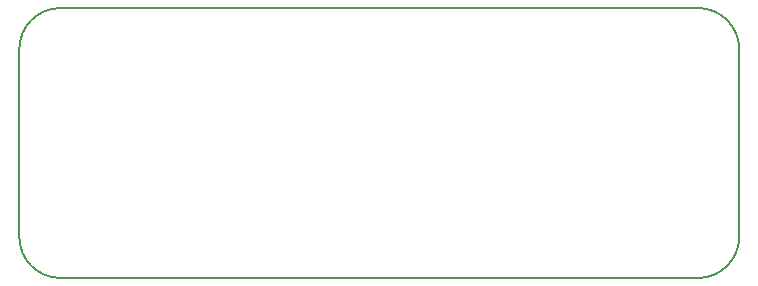
<source format=gbr>
%TF.GenerationSoftware,KiCad,Pcbnew,(5.1.9)-1*%
%TF.CreationDate,2021-04-07T15:03:24-04:00*%
%TF.ProjectId,Finch-Feather,46696e63-682d-4466-9561-746865722e6b,rev?*%
%TF.SameCoordinates,Original*%
%TF.FileFunction,Profile,NP*%
%FSLAX46Y46*%
G04 Gerber Fmt 4.6, Leading zero omitted, Abs format (unit mm)*
G04 Created by KiCad (PCBNEW (5.1.9)-1) date 2021-04-07 15:03:24*
%MOMM*%
%LPD*%
G01*
G04 APERTURE LIST*
%TA.AperFunction,Profile*%
%ADD10C,0.200000*%
%TD*%
G04 APERTURE END LIST*
D10*
X180480000Y-107930000D02*
G75*
G02*
X176980000Y-111430000I-3500000J0D01*
G01*
X123020000Y-111430000D02*
X176980000Y-111430000D01*
X123020000Y-111430001D02*
G75*
G02*
X119519999Y-107930000I0J3500001D01*
G01*
X119520000Y-92070000D02*
X119520000Y-107930000D01*
X119520000Y-92070000D02*
G75*
G02*
X123020000Y-88570000I3500000J0D01*
G01*
X176980000Y-88569999D02*
X123020000Y-88570000D01*
X176980000Y-88569999D02*
G75*
G02*
X180480000Y-92069999I0J-3500000D01*
G01*
X180480000Y-107930000D02*
X180480000Y-92069999D01*
M02*

</source>
